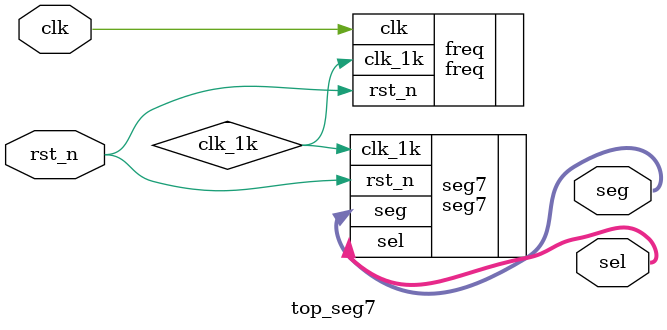
<source format=v>
module top_seg7 (clk,rst_n,seg,sel);

	input clk;   //50MHz
	input rst_n;  //  low 

	output [7:0] seg;
	output [2:0] sel;


	wire clk_1k;    // Clock

	freq freq(
		.clk(clk),
		.rst_n(rst_n),
		.clk_1k(clk_1k)
		);
	seg7 seg7(
		.clk_1k(clk_1k),
		.rst_n(rst_n),
		.seg(seg),
		.sel(sel)
		);

endmodule
</source>
